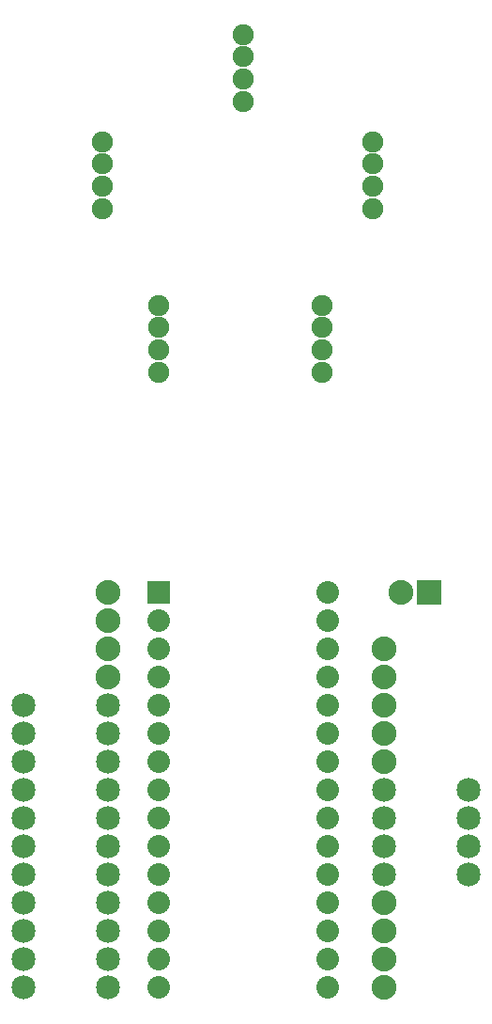
<source format=gts>
G04 MADE WITH FRITZING*
G04 WWW.FRITZING.ORG*
G04 DOUBLE SIDED*
G04 HOLES PLATED*
G04 CONTOUR ON CENTER OF CONTOUR VECTOR*
%ASAXBY*%
%FSLAX23Y23*%
%MOIN*%
%OFA0B0*%
%SFA1.0B1.0*%
%ADD10C,0.088000*%
%ADD11C,0.080000*%
%ADD12C,0.075000*%
%ADD13C,0.085000*%
%ADD14R,0.079972X0.080000*%
%ADD15R,0.088000X0.088000*%
%LNMASK1*%
G90*
G70*
G54D10*
X1903Y1569D03*
X1903Y1469D03*
X1903Y1369D03*
X1903Y1269D03*
X1903Y1169D03*
X1903Y1569D03*
X1903Y1469D03*
X1903Y1369D03*
X1903Y1269D03*
X1903Y1169D03*
X923Y1769D03*
X923Y1669D03*
X923Y1569D03*
X923Y1469D03*
X923Y1769D03*
X923Y1669D03*
X923Y1569D03*
X923Y1469D03*
X1903Y669D03*
X1903Y569D03*
X1903Y469D03*
X1903Y369D03*
X1903Y669D03*
X1903Y569D03*
X1903Y469D03*
X1903Y369D03*
G54D11*
X1103Y1769D03*
X1103Y1669D03*
X1103Y1569D03*
X1103Y1469D03*
X1103Y1369D03*
X1103Y1269D03*
X1103Y1169D03*
X1103Y1069D03*
X1103Y969D03*
X1103Y869D03*
X1103Y769D03*
X1103Y669D03*
X1103Y569D03*
X1103Y469D03*
X1103Y369D03*
X1703Y1769D03*
X1703Y1669D03*
X1703Y1569D03*
X1703Y1469D03*
X1703Y1369D03*
X1703Y1269D03*
X1703Y1169D03*
X1703Y1069D03*
X1703Y969D03*
X1703Y869D03*
X1703Y769D03*
X1703Y669D03*
X1703Y569D03*
X1703Y469D03*
X1703Y369D03*
G54D12*
X1103Y2550D03*
X1103Y2629D03*
X1103Y2707D03*
X1103Y2786D03*
X1103Y2550D03*
X1103Y2629D03*
X1103Y2707D03*
X1103Y2786D03*
X1863Y3130D03*
X1863Y3209D03*
X1863Y3287D03*
X1863Y3366D03*
X1863Y3130D03*
X1863Y3209D03*
X1863Y3287D03*
X1863Y3366D03*
X1403Y3510D03*
X1403Y3589D03*
X1403Y3667D03*
X1403Y3746D03*
X1403Y3510D03*
X1403Y3589D03*
X1403Y3667D03*
X1403Y3746D03*
X903Y3130D03*
X903Y3209D03*
X903Y3287D03*
X903Y3366D03*
X903Y3130D03*
X903Y3209D03*
X903Y3287D03*
X903Y3366D03*
X1683Y2550D03*
X1683Y2629D03*
X1683Y2707D03*
X1683Y2786D03*
X1683Y2550D03*
X1683Y2629D03*
X1683Y2707D03*
X1683Y2786D03*
G54D10*
X2063Y1769D03*
X1963Y1769D03*
X2063Y1769D03*
X1963Y1769D03*
G54D13*
X623Y469D03*
X923Y469D03*
X623Y469D03*
X923Y469D03*
X623Y369D03*
X923Y369D03*
X623Y369D03*
X923Y369D03*
X2203Y769D03*
X1903Y769D03*
X2203Y769D03*
X1903Y769D03*
X623Y569D03*
X923Y569D03*
X623Y569D03*
X923Y569D03*
X623Y669D03*
X923Y669D03*
X623Y669D03*
X923Y669D03*
X623Y769D03*
X923Y769D03*
X623Y769D03*
X923Y769D03*
X623Y869D03*
X923Y869D03*
X623Y869D03*
X923Y869D03*
X623Y969D03*
X923Y969D03*
X623Y969D03*
X923Y969D03*
X623Y1069D03*
X923Y1069D03*
X623Y1069D03*
X923Y1069D03*
X2203Y869D03*
X1903Y869D03*
X2203Y869D03*
X1903Y869D03*
X2203Y969D03*
X1903Y969D03*
X2203Y969D03*
X1903Y969D03*
X2203Y1069D03*
X1903Y1069D03*
X2203Y1069D03*
X1903Y1069D03*
X623Y1369D03*
X923Y1369D03*
X623Y1369D03*
X923Y1369D03*
X623Y1269D03*
X923Y1269D03*
X623Y1269D03*
X923Y1269D03*
X623Y1169D03*
X923Y1169D03*
X623Y1169D03*
X923Y1169D03*
G54D14*
X1103Y1769D03*
G54D15*
X2063Y1769D03*
X2063Y1769D03*
G04 End of Mask1*
M02*
</source>
